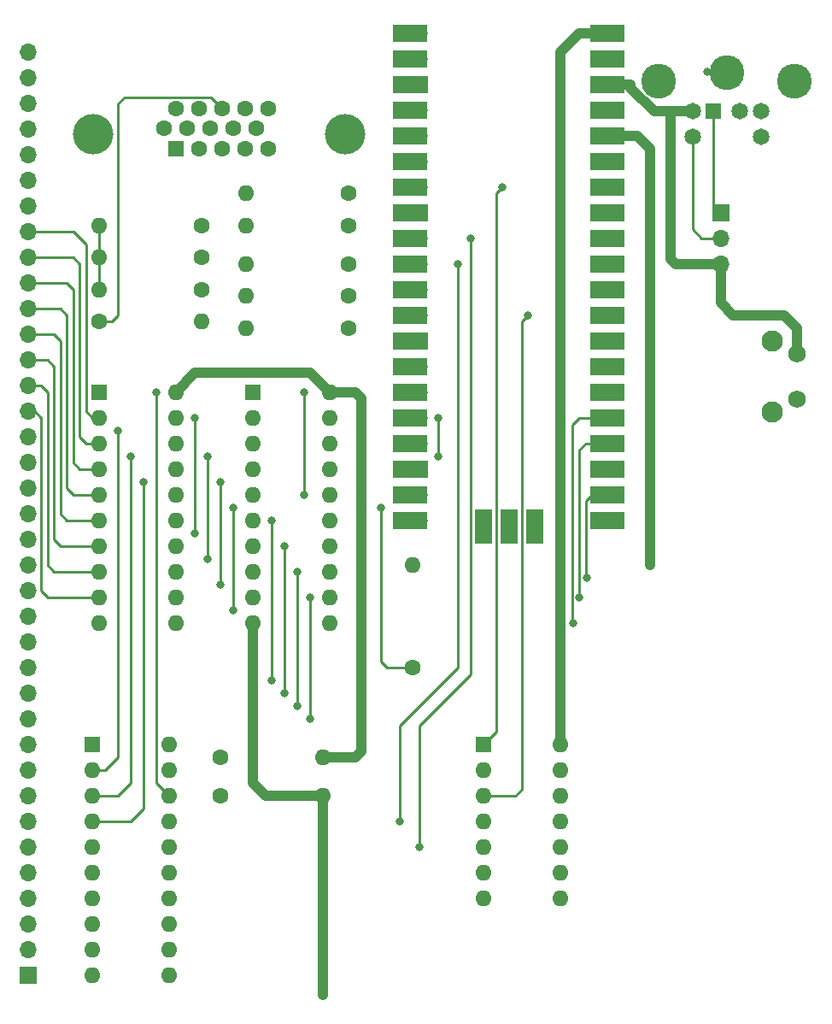
<source format=gbr>
%TF.GenerationSoftware,KiCad,Pcbnew,6.0.2+dfsg-1*%
%TF.CreationDate,2024-07-15T20:40:17+02:00*%
%TF.ProjectId,GDPico64,47445069-636f-4363-942e-6b696361645f,rev?*%
%TF.SameCoordinates,Original*%
%TF.FileFunction,Copper,L1,Top*%
%TF.FilePolarity,Positive*%
%FSLAX46Y46*%
G04 Gerber Fmt 4.6, Leading zero omitted, Abs format (unit mm)*
G04 Created by KiCad (PCBNEW 6.0.2+dfsg-1) date 2024-07-15 20:40:17*
%MOMM*%
%LPD*%
G01*
G04 APERTURE LIST*
%TA.AperFunction,ComponentPad*%
%ADD10C,1.600000*%
%TD*%
%TA.AperFunction,ComponentPad*%
%ADD11O,1.600000X1.600000*%
%TD*%
%TA.AperFunction,ComponentPad*%
%ADD12R,1.700000X1.700000*%
%TD*%
%TA.AperFunction,ComponentPad*%
%ADD13O,1.700000X1.700000*%
%TD*%
%TA.AperFunction,ComponentPad*%
%ADD14C,4.000000*%
%TD*%
%TA.AperFunction,ComponentPad*%
%ADD15R,1.600000X1.600000*%
%TD*%
%TA.AperFunction,ComponentPad*%
%ADD16C,2.100000*%
%TD*%
%TA.AperFunction,ComponentPad*%
%ADD17C,1.750000*%
%TD*%
%TA.AperFunction,ComponentPad*%
%ADD18R,1.650000X1.650000*%
%TD*%
%TA.AperFunction,ComponentPad*%
%ADD19C,1.650000*%
%TD*%
%TA.AperFunction,ComponentPad*%
%ADD20C,3.450000*%
%TD*%
%TA.AperFunction,SMDPad,CuDef*%
%ADD21R,3.500000X1.700000*%
%TD*%
%TA.AperFunction,SMDPad,CuDef*%
%ADD22R,1.700000X3.500000*%
%TD*%
%TA.AperFunction,ViaPad*%
%ADD23C,0.800000*%
%TD*%
%TA.AperFunction,Conductor*%
%ADD24C,0.250000*%
%TD*%
%TA.AperFunction,Conductor*%
%ADD25C,1.000000*%
%TD*%
%TA.AperFunction,Conductor*%
%ADD26C,0.200000*%
%TD*%
G04 APERTURE END LIST*
D10*
%TO.P,R5,1*%
%TO.N,/BLUE_D1*%
X93980000Y-51435000D03*
D11*
%TO.P,R5,2*%
%TO.N,/BLUE_V*%
X83820000Y-51435000D03*
%TD*%
D10*
%TO.P,R2,1*%
%TO.N,Net-(R2-Pad1)*%
X81280000Y-111125000D03*
D11*
%TO.P,R2,2*%
%TO.N,GND*%
X91440000Y-111125000D03*
%TD*%
D10*
%TO.P,R7,1*%
%TO.N,/GREEN_D0*%
X93980000Y-58420000D03*
D11*
%TO.P,R7,2*%
%TO.N,/GREEN_V*%
X83820000Y-58420000D03*
%TD*%
D10*
%TO.P,R3,1*%
%TO.N,Net-(R3-Pad1)*%
X81280000Y-107315000D03*
D11*
%TO.P,R3,2*%
%TO.N,+3V3*%
X91440000Y-107315000D03*
%TD*%
D12*
%TO.P,J1,1,Pin_1*%
%TO.N,unconnected-(J1-Pad1)*%
X62230000Y-128905000D03*
D13*
%TO.P,J1,2,Pin_2*%
%TO.N,unconnected-(J1-Pad2)*%
X62230000Y-126365000D03*
%TO.P,J1,3,Pin_3*%
%TO.N,unconnected-(J1-Pad3)*%
X62230000Y-123825000D03*
%TO.P,J1,4,Pin_4*%
%TO.N,unconnected-(J1-Pad4)*%
X62230000Y-121285000D03*
%TO.P,J1,5,Pin_5*%
%TO.N,/~{WAIT}*%
X62230000Y-118745000D03*
%TO.P,J1,6,Pin_6*%
%TO.N,/~{INT}*%
X62230000Y-116205000D03*
%TO.P,J1,7,Pin_7*%
%TO.N,/~{RFSH}*%
X62230000Y-113665000D03*
%TO.P,J1,8,Pin_8*%
%TO.N,/~{CLK}*%
X62230000Y-111125000D03*
%TO.P,J1,9,Pin_9*%
%TO.N,/~{M1}*%
X62230000Y-108585000D03*
%TO.P,J1,10,Pin_10*%
%TO.N,/~{RESET}*%
X62230000Y-106045000D03*
%TO.P,J1,11,Pin_11*%
%TO.N,/A7*%
X62230000Y-103505000D03*
%TO.P,J1,12,Pin_12*%
%TO.N,/A6*%
X62230000Y-100965000D03*
%TO.P,J1,13,Pin_13*%
%TO.N,/A5*%
X62230000Y-98425000D03*
%TO.P,J1,14,Pin_14*%
%TO.N,/A4*%
X62230000Y-95885000D03*
%TO.P,J1,15,Pin_15*%
%TO.N,/A3*%
X62230000Y-93345000D03*
%TO.P,J1,16,Pin_16*%
%TO.N,/A2*%
X62230000Y-90805000D03*
%TO.P,J1,17,Pin_17*%
%TO.N,/A1*%
X62230000Y-88265000D03*
%TO.P,J1,18,Pin_18*%
%TO.N,/A0*%
X62230000Y-85725000D03*
%TO.P,J1,19,Pin_19*%
%TO.N,/~{MREQ}*%
X62230000Y-83185000D03*
%TO.P,J1,20,Pin_20*%
%TO.N,/~{IORQ}*%
X62230000Y-80645000D03*
%TO.P,J1,21,Pin_21*%
%TO.N,/~{WR}*%
X62230000Y-78105000D03*
%TO.P,J1,22,Pin_22*%
%TO.N,/~{RD}*%
X62230000Y-75565000D03*
%TO.P,J1,23,Pin_23*%
%TO.N,/D7*%
X62230000Y-73025000D03*
%TO.P,J1,24,Pin_24*%
%TO.N,/D6*%
X62230000Y-70485000D03*
%TO.P,J1,25,Pin_25*%
%TO.N,/D5*%
X62230000Y-67945000D03*
%TO.P,J1,26,Pin_26*%
%TO.N,/D4*%
X62230000Y-65405000D03*
%TO.P,J1,27,Pin_27*%
%TO.N,/D3*%
X62230000Y-62865000D03*
%TO.P,J1,28,Pin_28*%
%TO.N,/D2*%
X62230000Y-60325000D03*
%TO.P,J1,29,Pin_29*%
%TO.N,/D1*%
X62230000Y-57785000D03*
%TO.P,J1,30,Pin_30*%
%TO.N,/D0*%
X62230000Y-55245000D03*
%TO.P,J1,31,Pin_31*%
%TO.N,GND*%
X62230000Y-52705000D03*
%TO.P,J1,32,Pin_32*%
X62230000Y-50165000D03*
%TO.P,J1,33,Pin_33*%
%TO.N,+5V*%
X62230000Y-47625000D03*
%TO.P,J1,34,Pin_34*%
X62230000Y-45085000D03*
%TO.P,J1,35,Pin_35*%
%TO.N,unconnected-(J1-Pad35)*%
X62230000Y-42545000D03*
%TO.P,J1,36,Pin_36*%
%TO.N,unconnected-(J1-Pad36)*%
X62230000Y-40005000D03*
%TO.P,J1,37,Pin_37*%
%TO.N,unconnected-(J1-Pad37)*%
X62230000Y-37465000D03*
%TD*%
D10*
%TO.P,R10,1*%
%TO.N,/RED_D0*%
X79375000Y-54610000D03*
D11*
%TO.P,R10,2*%
%TO.N,/RED_V*%
X69215000Y-54610000D03*
%TD*%
D14*
%TO.P,J2,0*%
%TO.N,unconnected-(J2-Pad0)*%
X93650000Y-45570000D03*
X68650000Y-45570000D03*
D15*
%TO.P,J2,1*%
%TO.N,/RED_V*%
X76835000Y-46990000D03*
D10*
%TO.P,J2,2*%
%TO.N,/GREEN_V*%
X79125000Y-46990000D03*
%TO.P,J2,3*%
%TO.N,/BLUE_V*%
X81415000Y-46990000D03*
%TO.P,J2,4*%
%TO.N,unconnected-(J2-Pad4)*%
X83705000Y-46990000D03*
%TO.P,J2,5*%
%TO.N,unconnected-(J2-Pad5)*%
X85995000Y-46990000D03*
%TO.P,J2,6*%
%TO.N,unconnected-(J2-Pad6)*%
X75690000Y-45010000D03*
%TO.P,J2,7*%
%TO.N,GND*%
X77980000Y-45010000D03*
%TO.P,J2,8*%
%TO.N,unconnected-(J2-Pad8)*%
X80270000Y-45010000D03*
%TO.P,J2,9*%
%TO.N,unconnected-(J2-Pad9)*%
X82560000Y-45010000D03*
%TO.P,J2,10*%
%TO.N,GND*%
X84850000Y-45010000D03*
%TO.P,J2,11*%
%TO.N,unconnected-(J2-Pad11)*%
X76835000Y-43030000D03*
%TO.P,J2,12*%
%TO.N,unconnected-(J2-Pad12)*%
X79125000Y-43030000D03*
%TO.P,J2,13*%
%TO.N,/CSYNC*%
X81415000Y-43030000D03*
%TO.P,J2,14*%
%TO.N,unconnected-(J2-Pad14)*%
X83705000Y-43030000D03*
%TO.P,J2,15*%
%TO.N,unconnected-(J2-Pad15)*%
X85995000Y-43030000D03*
%TD*%
D16*
%TO.P,SW1,*%
%TO.N,*%
X135940000Y-73070000D03*
X135940000Y-66060000D03*
D17*
%TO.P,SW1,1,1*%
%TO.N,GND*%
X138430000Y-67310000D03*
%TO.P,SW1,2,2*%
%TO.N,Net-(SW1-Pad2)*%
X138430000Y-71810000D03*
%TD*%
D10*
%TO.P,R11,1*%
%TO.N,/RED_D1*%
X79375000Y-57785000D03*
D11*
%TO.P,R11,2*%
%TO.N,/RED_V*%
X69215000Y-57785000D03*
%TD*%
D15*
%TO.P,U1,1,A->B*%
%TO.N,/~{RD3}*%
X69215000Y-71120000D03*
D11*
%TO.P,U1,2,A0*%
%TO.N,/D0*%
X69215000Y-73660000D03*
%TO.P,U1,3,A1*%
%TO.N,/D1*%
X69215000Y-76200000D03*
%TO.P,U1,4,A2*%
%TO.N,/D2*%
X69215000Y-78740000D03*
%TO.P,U1,5,A3*%
%TO.N,/D3*%
X69215000Y-81280000D03*
%TO.P,U1,6,A4*%
%TO.N,/D4*%
X69215000Y-83820000D03*
%TO.P,U1,7,A5*%
%TO.N,/D5*%
X69215000Y-86360000D03*
%TO.P,U1,8,A6*%
%TO.N,/D6*%
X69215000Y-88900000D03*
%TO.P,U1,9,A7*%
%TO.N,/D7*%
X69215000Y-91440000D03*
%TO.P,U1,10,GND*%
%TO.N,GND*%
X69215000Y-93980000D03*
%TO.P,U1,11,B7*%
%TO.N,/AD7_3*%
X76835000Y-93980000D03*
%TO.P,U1,12,B6*%
%TO.N,/AD6_3*%
X76835000Y-91440000D03*
%TO.P,U1,13,B5*%
%TO.N,/AD5_3*%
X76835000Y-88900000D03*
%TO.P,U1,14,B4*%
%TO.N,/AD4_3*%
X76835000Y-86360000D03*
%TO.P,U1,15,B3*%
%TO.N,/AD3_3*%
X76835000Y-83820000D03*
%TO.P,U1,16,B2*%
%TO.N,/AD2_3*%
X76835000Y-81280000D03*
%TO.P,U1,17,B1*%
%TO.N,/AD1_3*%
X76835000Y-78740000D03*
%TO.P,U1,18,B0*%
%TO.N,/AD0_3*%
X76835000Y-76200000D03*
%TO.P,U1,19,CE*%
%TO.N,/~{CE_D3}*%
X76835000Y-73660000D03*
%TO.P,U1,20,VCC*%
%TO.N,+3V3*%
X76835000Y-71120000D03*
%TD*%
D15*
%TO.P,U2,1,A->B*%
%TO.N,Net-(R3-Pad1)*%
X68580000Y-106045000D03*
D11*
%TO.P,U2,2,A0*%
%TO.N,/~{RD}*%
X68580000Y-108585000D03*
%TO.P,U2,3,A1*%
%TO.N,/~{WR}*%
X68580000Y-111125000D03*
%TO.P,U2,4,A2*%
%TO.N,/~{IORQ}*%
X68580000Y-113665000D03*
%TO.P,U2,5,A3*%
%TO.N,unconnected-(U2-Pad5)*%
X68580000Y-116205000D03*
%TO.P,U2,6,A4*%
%TO.N,unconnected-(U2-Pad6)*%
X68580000Y-118745000D03*
%TO.P,U2,7,A5*%
%TO.N,unconnected-(U2-Pad7)*%
X68580000Y-121285000D03*
%TO.P,U2,8,A6*%
%TO.N,unconnected-(U2-Pad8)*%
X68580000Y-123825000D03*
%TO.P,U2,9,A7*%
%TO.N,unconnected-(U2-Pad9)*%
X68580000Y-126365000D03*
%TO.P,U2,10,GND*%
%TO.N,GND*%
X68580000Y-128905000D03*
%TO.P,U2,11,B7*%
%TO.N,unconnected-(U2-Pad11)*%
X76200000Y-128905000D03*
%TO.P,U2,12,B6*%
%TO.N,unconnected-(U2-Pad12)*%
X76200000Y-126365000D03*
%TO.P,U2,13,B5*%
%TO.N,unconnected-(U2-Pad13)*%
X76200000Y-123825000D03*
%TO.P,U2,14,B4*%
%TO.N,unconnected-(U2-Pad14)*%
X76200000Y-121285000D03*
%TO.P,U2,15,B3*%
%TO.N,unconnected-(U2-Pad15)*%
X76200000Y-118745000D03*
%TO.P,U2,16,B2*%
%TO.N,/~{IORQ3}*%
X76200000Y-116205000D03*
%TO.P,U2,17,B1*%
%TO.N,/~{WR3}*%
X76200000Y-113665000D03*
%TO.P,U2,18,B0*%
%TO.N,/~{RD3}*%
X76200000Y-111125000D03*
%TO.P,U2,19,CE*%
%TO.N,Net-(R2-Pad1)*%
X76200000Y-108585000D03*
%TO.P,U2,20,VCC*%
%TO.N,+3V3*%
X76200000Y-106045000D03*
%TD*%
D10*
%TO.P,R1,1*%
%TO.N,Net-(R1-Pad1)*%
X100330000Y-98425000D03*
D11*
%TO.P,R1,2*%
%TO.N,+3V3*%
X100330000Y-88265000D03*
%TD*%
D10*
%TO.P,R6,1*%
%TO.N,/BLUE_D2*%
X93980000Y-54610000D03*
D11*
%TO.P,R6,2*%
%TO.N,/BLUE_V*%
X83820000Y-54610000D03*
%TD*%
D10*
%TO.P,R9,1*%
%TO.N,/GREEN_D2*%
X93980000Y-64770000D03*
D11*
%TO.P,R9,2*%
%TO.N,/GREEN_V*%
X83820000Y-64770000D03*
%TD*%
D10*
%TO.P,R4,1*%
%TO.N,/CSYNC*%
X69215000Y-64135000D03*
D11*
%TO.P,R4,2*%
%TO.N,Net-(U4-Pad14)*%
X79375000Y-64135000D03*
%TD*%
D10*
%TO.P,R8,1*%
%TO.N,/GREEN_D1*%
X93980000Y-61595000D03*
D11*
%TO.P,R8,2*%
%TO.N,/GREEN_V*%
X83820000Y-61595000D03*
%TD*%
D15*
%TO.P,U5,1*%
%TO.N,/RESET3*%
X107315000Y-106045000D03*
D11*
%TO.P,U5,2*%
%TO.N,/~{RESET}*%
X107315000Y-108585000D03*
%TO.P,U5,3*%
%TO.N,/WAIT_3*%
X107315000Y-111125000D03*
%TO.P,U5,4*%
%TO.N,/~{WAIT}*%
X107315000Y-113665000D03*
%TO.P,U5,5*%
%TO.N,unconnected-(U5-Pad5)*%
X107315000Y-116205000D03*
%TO.P,U5,6*%
%TO.N,unconnected-(U5-Pad6)*%
X107315000Y-118745000D03*
%TO.P,U5,7,GND*%
%TO.N,GND*%
X107315000Y-121285000D03*
%TO.P,U5,8*%
%TO.N,unconnected-(U5-Pad8)*%
X114935000Y-121285000D03*
%TO.P,U5,9*%
%TO.N,unconnected-(U5-Pad9)*%
X114935000Y-118745000D03*
%TO.P,U5,10*%
%TO.N,unconnected-(U5-Pad10)*%
X114935000Y-116205000D03*
%TO.P,U5,11*%
%TO.N,unconnected-(U5-Pad11)*%
X114935000Y-113665000D03*
%TO.P,U5,12*%
%TO.N,unconnected-(U5-Pad12)*%
X114935000Y-111125000D03*
%TO.P,U5,13*%
%TO.N,unconnected-(U5-Pad13)*%
X114935000Y-108585000D03*
%TO.P,U5,14,VCC*%
%TO.N,+5V*%
X114935000Y-106045000D03*
%TD*%
D18*
%TO.P,J3,1,1*%
%TO.N,/KEY_DATA*%
X130145000Y-43325000D03*
D19*
%TO.P,J3,2,2*%
%TO.N,unconnected-(J3-Pad2)*%
X132745000Y-43325000D03*
%TO.P,J3,3,3*%
%TO.N,GND*%
X128045000Y-43325000D03*
%TO.P,J3,5,5*%
%TO.N,+3V3*%
X134845000Y-43325000D03*
%TO.P,J3,6,6*%
%TO.N,/KEY_CLK*%
X128045000Y-45825000D03*
%TO.P,J3,8,8*%
%TO.N,unconnected-(J3-Pad8)*%
X134845000Y-45825000D03*
D20*
%TO.P,J3,MH1,MH1*%
%TO.N,unconnected-(J3-PadMH1)*%
X131445000Y-39525000D03*
%TO.P,J3,MH2,MH2*%
%TO.N,unconnected-(J3-PadMH2)*%
X138195000Y-40325000D03*
%TO.P,J3,MH3,MH3*%
%TO.N,unconnected-(J3-PadMH3)*%
X124695000Y-40325000D03*
%TD*%
D10*
%TO.P,R12,1*%
%TO.N,/RED_D2*%
X79375000Y-60960000D03*
D11*
%TO.P,R12,2*%
%TO.N,/RED_V*%
X69215000Y-60960000D03*
%TD*%
D15*
%TO.P,U3,1,A->B*%
%TO.N,Net-(R1-Pad1)*%
X84455000Y-71120000D03*
D11*
%TO.P,U3,2,A0*%
%TO.N,/A0*%
X84455000Y-73660000D03*
%TO.P,U3,3,A1*%
%TO.N,/A1*%
X84455000Y-76200000D03*
%TO.P,U3,4,A2*%
%TO.N,/A2*%
X84455000Y-78740000D03*
%TO.P,U3,5,A3*%
%TO.N,/A3*%
X84455000Y-81280000D03*
%TO.P,U3,6,A4*%
%TO.N,/A4*%
X84455000Y-83820000D03*
%TO.P,U3,7,A5*%
%TO.N,/A5*%
X84455000Y-86360000D03*
%TO.P,U3,8,A6*%
%TO.N,/A6*%
X84455000Y-88900000D03*
%TO.P,U3,9,A7*%
%TO.N,/A7*%
X84455000Y-91440000D03*
%TO.P,U3,10,GND*%
%TO.N,GND*%
X84455000Y-93980000D03*
%TO.P,U3,11,B7*%
%TO.N,/AD7_3*%
X92075000Y-93980000D03*
%TO.P,U3,12,B6*%
%TO.N,/AD6_3*%
X92075000Y-91440000D03*
%TO.P,U3,13,B5*%
%TO.N,/AD5_3*%
X92075000Y-88900000D03*
%TO.P,U3,14,B4*%
%TO.N,/AD4_3*%
X92075000Y-86360000D03*
%TO.P,U3,15,B3*%
%TO.N,/AD3_3*%
X92075000Y-83820000D03*
%TO.P,U3,16,B2*%
%TO.N,/AD2_3*%
X92075000Y-81280000D03*
%TO.P,U3,17,B1*%
%TO.N,/AD1_3*%
X92075000Y-78740000D03*
%TO.P,U3,18,B0*%
%TO.N,/AD0_3*%
X92075000Y-76200000D03*
%TO.P,U3,19,CE*%
%TO.N,/~{CE_A3}*%
X92075000Y-73660000D03*
%TO.P,U3,20,VCC*%
%TO.N,+3V3*%
X92075000Y-71120000D03*
%TD*%
D12*
%TO.P,J4,1,Pin_1*%
%TO.N,/KEY_DATA*%
X130880000Y-53355000D03*
D13*
%TO.P,J4,2,Pin_2*%
%TO.N,/KEY_CLK*%
X130880000Y-55895000D03*
%TO.P,J4,3,Pin_3*%
%TO.N,GND*%
X130880000Y-58435000D03*
%TD*%
D21*
%TO.P,U4,1,GPIO0*%
%TO.N,/KEY_DATA*%
X100065000Y-35560000D03*
D13*
X100965000Y-35560000D03*
%TO.P,U4,2,GPIO1*%
%TO.N,/KEY_CLK*%
X100965000Y-38100000D03*
D21*
X100065000Y-38100000D03*
D12*
%TO.P,U4,3,GND*%
%TO.N,GND*%
X100965000Y-40640000D03*
D21*
X100065000Y-40640000D03*
%TO.P,U4,4,GPIO2*%
%TO.N,/BLUE_D1*%
X100065000Y-43180000D03*
D13*
X100965000Y-43180000D03*
D21*
%TO.P,U4,5,GPIO3*%
%TO.N,/BLUE_D2*%
X100065000Y-45720000D03*
D13*
X100965000Y-45720000D03*
%TO.P,U4,6,GPIO4*%
%TO.N,/GREEN_D0*%
X100965000Y-48260000D03*
D21*
X100065000Y-48260000D03*
D13*
%TO.P,U4,7,GPIO5*%
%TO.N,/GREEN_D1*%
X100965000Y-50800000D03*
D21*
X100065000Y-50800000D03*
%TO.P,U4,8,GND*%
%TO.N,unconnected-(U4-Pad8)*%
X100065000Y-53340000D03*
D12*
X100965000Y-53340000D03*
D21*
%TO.P,U4,9,GPIO6*%
%TO.N,/GREEN_D2*%
X100065000Y-55880000D03*
D13*
X100965000Y-55880000D03*
D21*
%TO.P,U4,10,GPIO7*%
%TO.N,/RED_D0*%
X100065000Y-58420000D03*
D13*
X100965000Y-58420000D03*
D21*
%TO.P,U4,11,GPIO8*%
%TO.N,/RED_D1*%
X100065000Y-60960000D03*
D13*
X100965000Y-60960000D03*
D21*
%TO.P,U4,12,GPIO9*%
%TO.N,/RED_D2*%
X100065000Y-63500000D03*
D13*
X100965000Y-63500000D03*
D21*
%TO.P,U4,13,GND*%
%TO.N,unconnected-(U4-Pad13)*%
X100065000Y-66040000D03*
D12*
X100965000Y-66040000D03*
D13*
%TO.P,U4,14,GPIO10*%
%TO.N,Net-(U4-Pad14)*%
X100965000Y-68580000D03*
D21*
X100065000Y-68580000D03*
%TO.P,U4,15,GPIO11*%
%TO.N,/~{RD3}*%
X100065000Y-71120000D03*
D13*
X100965000Y-71120000D03*
D21*
%TO.P,U4,16,GPIO12*%
%TO.N,/AD0_3*%
X100065000Y-73660000D03*
D13*
X100965000Y-73660000D03*
%TO.P,U4,17,GPIO13*%
%TO.N,/AD1_3*%
X100965000Y-76200000D03*
D21*
X100065000Y-76200000D03*
%TO.P,U4,18,GND*%
%TO.N,unconnected-(U4-Pad18)*%
X100065000Y-78740000D03*
D12*
X100965000Y-78740000D03*
D13*
%TO.P,U4,19,GPIO14*%
%TO.N,/AD2_3*%
X100965000Y-81280000D03*
D21*
X100065000Y-81280000D03*
D13*
%TO.P,U4,20,GPIO15*%
%TO.N,/AD3_3*%
X100965000Y-83820000D03*
D21*
X100065000Y-83820000D03*
D13*
%TO.P,U4,21,GPIO16*%
%TO.N,/AD4_3*%
X118745000Y-83820000D03*
D21*
X119645000Y-83820000D03*
D13*
%TO.P,U4,22,GPIO17*%
%TO.N,/AD5_3*%
X118745000Y-81280000D03*
D21*
X119645000Y-81280000D03*
%TO.P,U4,23,GND*%
%TO.N,unconnected-(U4-Pad23)*%
X119645000Y-78740000D03*
D12*
X118745000Y-78740000D03*
D21*
%TO.P,U4,24,GPIO18*%
%TO.N,/AD6_3*%
X119645000Y-76200000D03*
D13*
X118745000Y-76200000D03*
D21*
%TO.P,U4,25,GPIO19*%
%TO.N,/AD7_3*%
X119645000Y-73660000D03*
D13*
X118745000Y-73660000D03*
%TO.P,U4,26,GPIO20*%
%TO.N,/~{CE_A3}*%
X118745000Y-71120000D03*
D21*
X119645000Y-71120000D03*
D13*
%TO.P,U4,27,GPIO21*%
%TO.N,/~{CE_D3}*%
X118745000Y-68580000D03*
D21*
X119645000Y-68580000D03*
%TO.P,U4,28,GND*%
%TO.N,unconnected-(U4-Pad28)*%
X119645000Y-66040000D03*
D12*
X118745000Y-66040000D03*
D21*
%TO.P,U4,29,GPIO22*%
%TO.N,/WAIT_3*%
X119645000Y-63500000D03*
D13*
X118745000Y-63500000D03*
%TO.P,U4,30,RUN*%
%TO.N,Net-(SW1-Pad2)*%
X118745000Y-60960000D03*
D21*
X119645000Y-60960000D03*
D13*
%TO.P,U4,31,GPIO26_ADC0*%
%TO.N,/~{WR3}*%
X118745000Y-58420000D03*
D21*
X119645000Y-58420000D03*
D13*
%TO.P,U4,32,GPIO27_ADC1*%
%TO.N,/~{IORQ3}*%
X118745000Y-55880000D03*
D21*
X119645000Y-55880000D03*
D12*
%TO.P,U4,33,AGND*%
%TO.N,unconnected-(U4-Pad33)*%
X118745000Y-53340000D03*
D21*
X119645000Y-53340000D03*
%TO.P,U4,34,GPIO28_ADC2*%
%TO.N,/RESET3*%
X119645000Y-50800000D03*
D13*
X118745000Y-50800000D03*
%TO.P,U4,35,ADC_VREF*%
%TO.N,unconnected-(U4-Pad35)*%
X118745000Y-48260000D03*
D21*
X119645000Y-48260000D03*
%TO.P,U4,36,3V3*%
%TO.N,+3V3*%
X119645000Y-45720000D03*
D13*
X118745000Y-45720000D03*
D21*
%TO.P,U4,37,3V3_EN*%
%TO.N,unconnected-(U4-Pad37)*%
X119645000Y-43180000D03*
D13*
X118745000Y-43180000D03*
D12*
%TO.P,U4,38,GND*%
%TO.N,GND*%
X118745000Y-40640000D03*
D21*
X119645000Y-40640000D03*
D13*
%TO.P,U4,39,VSYS*%
%TO.N,unconnected-(U4-Pad39)*%
X118745000Y-38100000D03*
D21*
X119645000Y-38100000D03*
%TO.P,U4,40,VBUS*%
%TO.N,+5V*%
X119645000Y-35560000D03*
D13*
X118745000Y-35560000D03*
D22*
%TO.P,U4,41,SWCLK*%
%TO.N,unconnected-(U4-Pad41)*%
X107315000Y-84490000D03*
D13*
X107315000Y-83590000D03*
D12*
%TO.P,U4,42,GND*%
%TO.N,unconnected-(U4-Pad42)*%
X109855000Y-83590000D03*
D22*
X109855000Y-84490000D03*
D13*
%TO.P,U4,43,SWDIO*%
%TO.N,unconnected-(U4-Pad43)*%
X112395000Y-83590000D03*
D22*
X112395000Y-84490000D03*
%TD*%
D23*
%TO.N,/~{RD}*%
X71120000Y-74930000D03*
%TO.N,/~{WR}*%
X72390000Y-77470000D03*
%TO.N,/~{IORQ}*%
X73660000Y-80010000D03*
%TO.N,/A0*%
X78740000Y-73660000D03*
X78740000Y-85090000D03*
%TO.N,/A1*%
X80010000Y-77470000D03*
X80010000Y-87630000D03*
%TO.N,/A2*%
X81280000Y-90170000D03*
X81280000Y-80010000D03*
%TO.N,/A3*%
X82550000Y-82550000D03*
X82550000Y-92710000D03*
%TO.N,/A4*%
X86360000Y-99695000D03*
X86360000Y-83820000D03*
%TO.N,/A5*%
X87630000Y-100965000D03*
X87630000Y-86360000D03*
%TO.N,/A6*%
X88900000Y-102235000D03*
X88900000Y-88900000D03*
%TO.N,/A7*%
X90170000Y-103505000D03*
X90170000Y-91440000D03*
%TO.N,+3V3*%
X95250000Y-88265000D03*
X123825000Y-88265000D03*
%TO.N,/~{WR3}*%
X99060000Y-113665000D03*
X104775000Y-58420000D03*
%TO.N,/~{RD3}*%
X74930000Y-71120000D03*
%TO.N,Net-(R1-Pad1)*%
X89535000Y-71120000D03*
X97155000Y-82550000D03*
X89535000Y-81280000D03*
%TO.N,GND*%
X91440000Y-130810000D03*
%TO.N,/AD7_3*%
X116205000Y-93980000D03*
%TO.N,/AD6_3*%
X116840000Y-91440000D03*
%TO.N,/AD5_3*%
X117564500Y-89535000D03*
%TO.N,/AD0_3*%
X102870000Y-77470000D03*
X102870000Y-73660000D03*
%TO.N,/~{IORQ3}*%
X106045000Y-55880000D03*
X100965000Y-116205000D03*
%TO.N,/WAIT_3*%
X111760000Y-63500000D03*
%TO.N,/RESET3*%
X109220000Y-50800000D03*
%TO.N,unconnected-(J3-PadMH1)*%
X129540000Y-39370000D03*
%TD*%
D24*
%TO.N,/D0*%
X66675000Y-55245000D02*
X67945000Y-56515000D01*
X67945000Y-56515000D02*
X67945000Y-73025000D01*
X62230000Y-55245000D02*
X66675000Y-55245000D01*
X67945000Y-73025000D02*
X68580000Y-73660000D01*
X68580000Y-73660000D02*
X69215000Y-73660000D01*
%TO.N,/D1*%
X67310000Y-58420000D02*
X67310000Y-75565000D01*
X67945000Y-76200000D02*
X69215000Y-76200000D01*
X66675000Y-57785000D02*
X67310000Y-58420000D01*
X62230000Y-57785000D02*
X66675000Y-57785000D01*
X67310000Y-75565000D02*
X67945000Y-76200000D01*
%TO.N,/D2*%
X67310000Y-78740000D02*
X69215000Y-78740000D01*
X66675000Y-78105000D02*
X67310000Y-78740000D01*
X66040000Y-60325000D02*
X66675000Y-60960000D01*
X66675000Y-60960000D02*
X66675000Y-78105000D01*
X62230000Y-60325000D02*
X66040000Y-60325000D01*
%TO.N,/D3*%
X65405000Y-62865000D02*
X66040000Y-63500000D01*
X66675000Y-81280000D02*
X69215000Y-81280000D01*
X62230000Y-62865000D02*
X65405000Y-62865000D01*
X66040000Y-63500000D02*
X66040000Y-80645000D01*
X66040000Y-80645000D02*
X66675000Y-81280000D01*
%TO.N,/D4*%
X65405000Y-83185000D02*
X66040000Y-83820000D01*
X64770000Y-65405000D02*
X65405000Y-66040000D01*
X65405000Y-66040000D02*
X65405000Y-83185000D01*
X66040000Y-83820000D02*
X69215000Y-83820000D01*
X62230000Y-65405000D02*
X64770000Y-65405000D01*
%TO.N,/D5*%
X65405000Y-86360000D02*
X69215000Y-86360000D01*
X62230000Y-67945000D02*
X64135000Y-67945000D01*
X64770000Y-68580000D02*
X64770000Y-85725000D01*
X64770000Y-85725000D02*
X65405000Y-86360000D01*
X64135000Y-67945000D02*
X64770000Y-68580000D01*
%TO.N,/D6*%
X64770000Y-88900000D02*
X69215000Y-88900000D01*
X62230000Y-70485000D02*
X63500000Y-70485000D01*
X63500000Y-70485000D02*
X64135000Y-71120000D01*
X64135000Y-88265000D02*
X64770000Y-88900000D01*
X64135000Y-71120000D02*
X64135000Y-88265000D01*
%TO.N,/D7*%
X64135000Y-91440000D02*
X69215000Y-91440000D01*
X62230000Y-73025000D02*
X62865000Y-73025000D01*
X62865000Y-73025000D02*
X63500000Y-73660000D01*
X63500000Y-90805000D02*
X64135000Y-91440000D01*
X63500000Y-73660000D02*
X63500000Y-90805000D01*
D25*
%TO.N,+5V*%
X116840000Y-35560000D02*
X114935000Y-37465000D01*
X114935000Y-37465000D02*
X114935000Y-106045000D01*
X118745000Y-35560000D02*
X116840000Y-35560000D01*
D24*
%TO.N,/~{RD}*%
X71120000Y-74930000D02*
X71120000Y-107315000D01*
X69850000Y-108585000D02*
X68580000Y-108585000D01*
X71120000Y-107315000D02*
X69850000Y-108585000D01*
%TO.N,/~{WR}*%
X71120000Y-111125000D02*
X68580000Y-111125000D01*
X72390000Y-77470000D02*
X72390000Y-109855000D01*
X72390000Y-109855000D02*
X71120000Y-111125000D01*
%TO.N,/~{IORQ}*%
X73660000Y-112395000D02*
X72390000Y-113665000D01*
X72390000Y-113665000D02*
X68580000Y-113665000D01*
X73660000Y-80010000D02*
X73660000Y-112395000D01*
%TO.N,/A0*%
X78740000Y-73660000D02*
X78740000Y-85090000D01*
%TO.N,/A1*%
X80010000Y-77470000D02*
X80010000Y-87630000D01*
%TO.N,/A2*%
X81280000Y-80010000D02*
X81280000Y-90170000D01*
%TO.N,/A3*%
X82550000Y-82550000D02*
X82550000Y-92710000D01*
%TO.N,/A4*%
X86360000Y-99695000D02*
X86360000Y-83820000D01*
%TO.N,/A5*%
X87630000Y-100965000D02*
X87630000Y-86360000D01*
%TO.N,/A6*%
X88900000Y-102235000D02*
X88900000Y-88900000D01*
%TO.N,/A7*%
X90170000Y-103505000D02*
X90170000Y-91440000D01*
%TO.N,/RED_V*%
X69215000Y-60960000D02*
X69215000Y-57785000D01*
X69215000Y-57785000D02*
X69215000Y-54610000D01*
D25*
%TO.N,+3V3*%
X94615000Y-107315000D02*
X91440000Y-107315000D01*
X123825000Y-46990000D02*
X123825000Y-88265000D01*
X95250000Y-88265000D02*
X95250000Y-71755000D01*
X95250000Y-71755000D02*
X94615000Y-71120000D01*
X95250000Y-88265000D02*
X95250000Y-106680000D01*
X94615000Y-71120000D02*
X92075000Y-71120000D01*
X118745000Y-45720000D02*
X122555000Y-45720000D01*
X90170000Y-69215000D02*
X78740000Y-69215000D01*
X95250000Y-106680000D02*
X94615000Y-107315000D01*
X78740000Y-69215000D02*
X76835000Y-71120000D01*
X122555000Y-45720000D02*
X123825000Y-46990000D01*
X92075000Y-71120000D02*
X90170000Y-69215000D01*
D24*
%TO.N,/~{WR3}*%
X104775000Y-98425000D02*
X99060000Y-104140000D01*
X104775000Y-58420000D02*
X104775000Y-98425000D01*
X99060000Y-104140000D02*
X99060000Y-113665000D01*
%TO.N,/~{RD3}*%
X74930000Y-71120000D02*
X74930000Y-109855000D01*
X74930000Y-109855000D02*
X76200000Y-111125000D01*
%TO.N,/CSYNC*%
X71120000Y-42545000D02*
X71755000Y-41910000D01*
X71759511Y-41905489D02*
X78735489Y-41905489D01*
X78735489Y-41905489D02*
X80290489Y-41905489D01*
X70485000Y-64135000D02*
X71120000Y-63500000D01*
X71755000Y-41910000D02*
X71759511Y-41905489D01*
X71120000Y-63500000D02*
X71120000Y-42545000D01*
X78735489Y-41905489D02*
X78740000Y-41910000D01*
X69215000Y-64135000D02*
X70485000Y-64135000D01*
X80290489Y-41905489D02*
X81415000Y-43030000D01*
%TO.N,/KEY_DATA*%
X130145000Y-52620000D02*
X130880000Y-53355000D01*
X130145000Y-43325000D02*
X130145000Y-52620000D01*
%TO.N,/KEY_CLK*%
X128920000Y-55895000D02*
X130880000Y-55895000D01*
X128045000Y-55020000D02*
X128920000Y-55895000D01*
X128045000Y-45825000D02*
X128045000Y-55020000D01*
%TO.N,Net-(R1-Pad1)*%
X89535000Y-71120000D02*
X89535000Y-81280000D01*
X97155000Y-82550000D02*
X97155000Y-97790000D01*
X97790000Y-98425000D02*
X100330000Y-98425000D01*
X97155000Y-97790000D02*
X97790000Y-98425000D01*
D25*
%TO.N,GND*%
X84455000Y-93980000D02*
X84455000Y-109855000D01*
X125875000Y-43325000D02*
X128045000Y-43325000D01*
X130880000Y-62300000D02*
X132080000Y-63500000D01*
X124266223Y-43325000D02*
X125875000Y-43325000D01*
X85725000Y-111125000D02*
X91440000Y-111125000D01*
X138430000Y-64770000D02*
X138430000Y-67310000D01*
X130880000Y-58435000D02*
X130880000Y-62300000D01*
X121920000Y-40978777D02*
X124266223Y-43325000D01*
X126380000Y-58435000D02*
X130880000Y-58435000D01*
X132080000Y-63500000D02*
X137160000Y-63500000D01*
X91440000Y-111125000D02*
X91440000Y-130810000D01*
X125875000Y-43325000D02*
X125875000Y-57930000D01*
X125875000Y-57930000D02*
X126380000Y-58435000D01*
X84455000Y-109855000D02*
X85725000Y-111125000D01*
X137160000Y-63500000D02*
X138430000Y-64770000D01*
X121920000Y-40640000D02*
X121920000Y-40978777D01*
X118745000Y-40640000D02*
X121920000Y-40640000D01*
D24*
%TO.N,/AD7_3*%
X116115489Y-93890489D02*
X116205000Y-93980000D01*
X116205000Y-74295000D02*
X116115489Y-74384511D01*
X118745000Y-73660000D02*
X116840000Y-73660000D01*
X116115489Y-74384511D02*
X116115489Y-93890489D01*
X116840000Y-73660000D02*
X116205000Y-74295000D01*
%TO.N,/AD6_3*%
X116840000Y-76835000D02*
X116840000Y-91440000D01*
X117475000Y-76200000D02*
X116840000Y-76835000D01*
X118745000Y-76200000D02*
X117475000Y-76200000D01*
%TO.N,/AD5_3*%
X117475000Y-89535000D02*
X117564500Y-89535000D01*
X118110000Y-81280000D02*
X117475000Y-81915000D01*
X117475000Y-81915000D02*
X117475000Y-89535000D01*
D26*
X118745000Y-81280000D02*
X118110000Y-81280000D01*
D24*
%TO.N,/AD0_3*%
X102870000Y-77470000D02*
X102870000Y-73660000D01*
%TO.N,/~{IORQ3}*%
X106045000Y-99060000D02*
X100965000Y-104140000D01*
X106045000Y-55880000D02*
X106045000Y-99060000D01*
X100965000Y-104140000D02*
X100965000Y-116205000D01*
%TO.N,/WAIT_3*%
X111125000Y-110490000D02*
X110490000Y-111125000D01*
X111125000Y-64135000D02*
X111760000Y-63500000D01*
X110490000Y-111125000D02*
X107315000Y-111125000D01*
X111125000Y-110490000D02*
X111125000Y-64135000D01*
%TO.N,/RESET3*%
X108585000Y-104775000D02*
X108585000Y-51435000D01*
X108585000Y-51435000D02*
X109220000Y-50800000D01*
X107315000Y-106045000D02*
X108585000Y-104775000D01*
%TD*%
M02*

</source>
